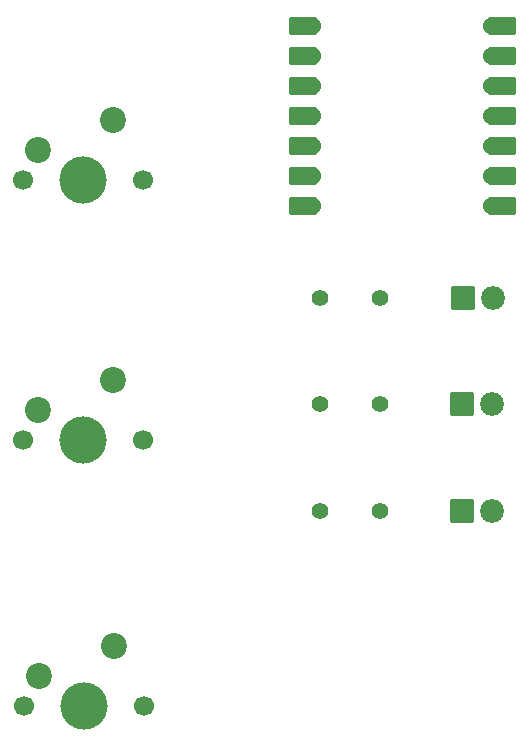
<source format=gbr>
%TF.GenerationSoftware,KiCad,Pcbnew,9.0.3*%
%TF.CreationDate,2025-07-19T15:28:30-07:00*%
%TF.ProjectId,ayushi_macropad,61797573-6869-45f6-9d61-63726f706164,rev?*%
%TF.SameCoordinates,Original*%
%TF.FileFunction,Soldermask,Top*%
%TF.FilePolarity,Negative*%
%FSLAX46Y46*%
G04 Gerber Fmt 4.6, Leading zero omitted, Abs format (unit mm)*
G04 Created by KiCad (PCBNEW 9.0.3) date 2025-07-19 15:28:30*
%MOMM*%
%LPD*%
G01*
G04 APERTURE LIST*
G04 Aperture macros list*
%AMRoundRect*
0 Rectangle with rounded corners*
0 $1 Rounding radius*
0 $2 $3 $4 $5 $6 $7 $8 $9 X,Y pos of 4 corners*
0 Add a 4 corners polygon primitive as box body*
4,1,4,$2,$3,$4,$5,$6,$7,$8,$9,$2,$3,0*
0 Add four circle primitives for the rounded corners*
1,1,$1+$1,$2,$3*
1,1,$1+$1,$4,$5*
1,1,$1+$1,$6,$7*
1,1,$1+$1,$8,$9*
0 Add four rect primitives between the rounded corners*
20,1,$1+$1,$2,$3,$4,$5,0*
20,1,$1+$1,$4,$5,$6,$7,0*
20,1,$1+$1,$6,$7,$8,$9,0*
20,1,$1+$1,$8,$9,$2,$3,0*%
G04 Aperture macros list end*
%ADD10RoundRect,0.102000X-0.907500X-0.907500X0.907500X-0.907500X0.907500X0.907500X-0.907500X0.907500X0*%
%ADD11C,2.019000*%
%ADD12C,1.400000*%
%ADD13C,1.700000*%
%ADD14C,4.000000*%
%ADD15C,2.200000*%
%ADD16RoundRect,0.152400X1.063600X0.609600X-1.063600X0.609600X-1.063600X-0.609600X1.063600X-0.609600X0*%
%ADD17C,1.524000*%
%ADD18RoundRect,0.152400X-1.063600X-0.609600X1.063600X-0.609600X1.063600X0.609600X-1.063600X0.609600X0*%
G04 APERTURE END LIST*
D10*
%TO.C,D3*%
X152460000Y-104000000D03*
D11*
X155000000Y-104000000D03*
%TD*%
%TO.C,D1*%
X155040000Y-86000000D03*
D10*
X152500000Y-86000000D03*
%TD*%
D12*
%TO.C,R1*%
X140420000Y-86000000D03*
X145500000Y-86000000D03*
%TD*%
D11*
%TO.C,D2*%
X155000000Y-95000000D03*
D10*
X152460000Y-95000000D03*
%TD*%
D13*
%TO.C,SW1*%
X115230000Y-76040000D03*
D14*
X120310000Y-76040000D03*
D13*
X125390000Y-76040000D03*
D15*
X122850000Y-70960000D03*
X116500000Y-73500000D03*
%TD*%
D12*
%TO.C,R2*%
X140420000Y-95000000D03*
X145500000Y-95000000D03*
%TD*%
%TO.C,R3*%
X140420000Y-104000000D03*
X145500000Y-104000000D03*
%TD*%
D16*
%TO.C,U1*%
X138925000Y-63000000D03*
D17*
X139760000Y-63000000D03*
D16*
X138925000Y-65540000D03*
D17*
X139760000Y-65540000D03*
D16*
X138925000Y-68080000D03*
D17*
X139760000Y-68080000D03*
D16*
X138925000Y-70620000D03*
D17*
X139760000Y-70620000D03*
D16*
X138925000Y-73160000D03*
D17*
X139760000Y-73160000D03*
D16*
X138925000Y-75700000D03*
D17*
X139760000Y-75700000D03*
D16*
X138925000Y-78240000D03*
D17*
X139760000Y-78240000D03*
X155000000Y-78240000D03*
D18*
X155835000Y-78240000D03*
D17*
X155000000Y-75700000D03*
D18*
X155835000Y-75700000D03*
D17*
X155000000Y-73160000D03*
D18*
X155835000Y-73160000D03*
D17*
X155000000Y-70620000D03*
D18*
X155835000Y-70620000D03*
D17*
X155000000Y-68080000D03*
D18*
X155835000Y-68080000D03*
D17*
X155000000Y-65540000D03*
D18*
X155835000Y-65540000D03*
D17*
X155000000Y-63000000D03*
D18*
X155835000Y-63000000D03*
%TD*%
D13*
%TO.C,SW3*%
X115340000Y-120500000D03*
D14*
X120420000Y-120500000D03*
D13*
X125500000Y-120500000D03*
D15*
X122960000Y-115420000D03*
X116610000Y-117960000D03*
%TD*%
D13*
%TO.C,SW2*%
X115230000Y-98040000D03*
D14*
X120310000Y-98040000D03*
D13*
X125390000Y-98040000D03*
D15*
X122850000Y-92960000D03*
X116500000Y-95500000D03*
%TD*%
M02*

</source>
